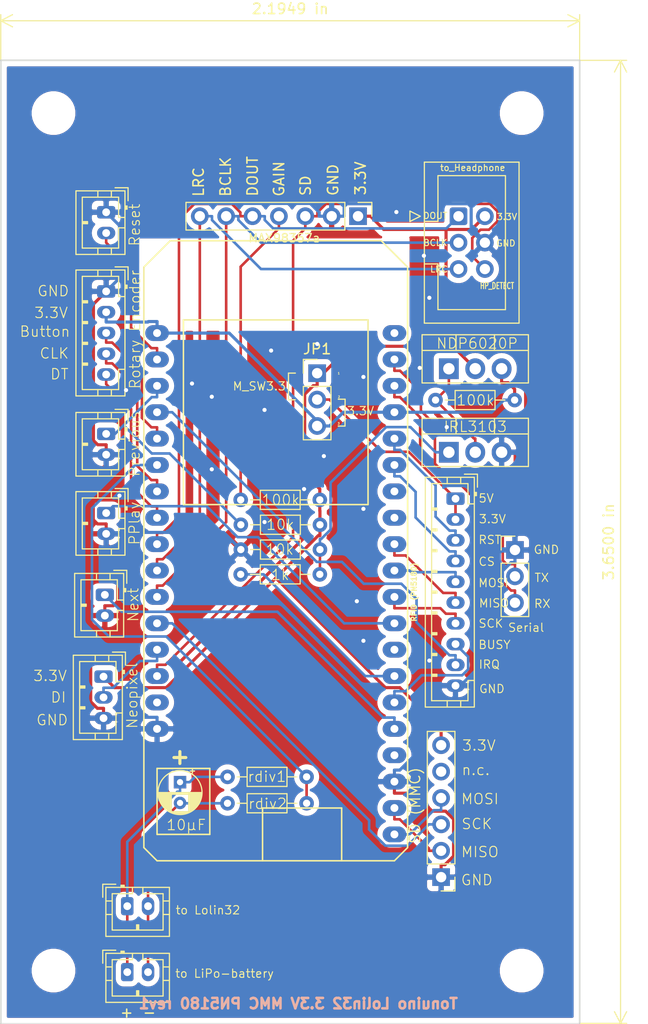
<source format=kicad_pcb>
(kicad_pcb (version 20171130) (host pcbnew "(5.1.8-0-10_14)")
  (layers (0 F.Cu signal) (31 B.Cu signal) (34 B.Paste user) (35 F.Paste user) (36 B.SilkS user) (37 F.SilkS user) (38 B.Mask user) (39 F.Mask user) (44 Edge.Cuts user))
  (net 0 "")
  (net 1 "Net-(C1-Pad1)")
  (net 2 "Net-(C1-Pad2)")
  (net 3 I2S_DOUT)
  (net 4 I2S_BCLK)
  (net 5 I2S_LRC)
  (net 6 SW_POWER3.3)
  (net 7 GND)
  (net 8 HEADPHONE)
  (net 9 "Net-(J4-Pad4)")
  (net 10 NEOPIXEL)
  (net 11 ROTENC_BUT)
  (net 12 ROTENC_CLK)
  (net 13 ROTENC_DT)
  (net 14 RFID_RST)
  (net 15 RFID_CS)
  (net 16 RFID_MOSI)
  (net 17 RFID_MISO)
  (net 18 RFID_SCK)
  (net 19 RFID_BUSY)
  (net 20 EN)
  (net 21 BUT_NEXT)
  (net 22 BUT_PREV)
  (net 23 BUT_PPLAY)
  (net 24 MMC_MISO)
  (net 25 MMC_SCK)
  (net 26 MMC_MOSI)
  (net 27 TX)
  (net 28 RX)
  (net 29 "Net-(Q1-Pad1)")
  (net 30 "Net-(Q1-Pad2)")
  (net 31 VBAT)
  (net 32 "Net-(R4-Pad2)")
  (net 33 "Net-(J7-Pad1)")
  (net 34 RFID_IRQ)
  (net 35 +3V3)
  (module Capacitor_THT:CP_Radial_D4.0mm_P2.00mm (layer F.Cu) (at 112.512 91.0793 270)
    (fp_text reference C1)
    (fp_text value 10µF (at 4.1199 -0.5942 180) (layer F.SilkS) (effects (font (thickness 0.1))))
    (pad 1 thru_hole rect (at 0 0 270) (size 1.2 1.2) (drill 0.6) (layers *.Cu *.Mask) (net 1 "Net-(C1-Pad1)"))
    (pad 2 thru_hole circle (at 2 0 270) (size 1.2 1.2) (drill 0.6) (layers *.Cu *.Mask) (net 2 "Net-(C1-Pad2)"))
  )
  (module MountingHole:MountingHole_3.2mm_M3 (layer F.Cu) (at 145.415 26.67)
    (fp_text reference H1 hide)
    (fp_text value MountingHole hide)
    (pad 1 np_thru_hole circle (at 0 0) (size 3.2 3.2) (drill 3.2) (layers *.Cu *.Mask))
  )
  (module MountingHole:MountingHole_3.2mm_M3 (layer F.Cu) (at 100.33 109.22)
    (fp_text reference H2 hide)
    (fp_text value MountingHole hide)
    (pad 1 np_thru_hole circle (at 0 0) (size 3.2 3.2) (drill 3.2) (layers *.Cu *.Mask))
  )
  (module MountingHole:MountingHole_3.2mm_M3 (layer F.Cu) (at 145.415 109.22)
    (fp_text reference H3 hide)
    (fp_text value MountingHole hide)
    (pad 1 np_thru_hole circle (at 0 0) (size 3.2 3.2) (drill 3.2) (layers *.Cu *.Mask))
  )
  (module MountingHole:MountingHole_3.2mm_M3 (layer F.Cu) (at 100.33 26.67)
    (fp_text reference H4 hide)
    (fp_text value MountingHole hide)
    (pad 1 np_thru_hole circle (at 0 0) (size 3.2 3.2) (drill 3.2) (layers *.Cu *.Mask))
  )
  (module Connector_JST:JST_PH_B2B-PH-K_1x02_P2.00mm_Vertical (layer F.Cu) (at 107.432 109.367)
    (fp_text reference J1 hide)
    (fp_text value "to LiPo-battery" (at 9.368 0.133) (layer F.SilkS) (effects (font (size 0.8 0.8) (thickness 0.1))))
    (pad 2 thru_hole oval (at 2 0) (size 1.2 1.75) (drill 0.75) (layers *.Cu *.Mask) (net 2 "Net-(C1-Pad2)"))
    (pad 1 thru_hole roundrect (at 0 0) (size 1.2 1.75) (drill 0.75) (layers *.Cu *.Mask) (roundrect_rratio 0.2083325) (net 1 "Net-(C1-Pad1)"))
  )
  (module Connector_JST:JST_PH_B2B-PH-K_1x02_P2.00mm_Vertical (layer F.Cu) (at 107.432 103.017)
    (fp_text reference J2 hide)
    (fp_text value "to Lolin" hide)
    (pad 1 thru_hole roundrect (at 0 0) (size 1.2 1.75) (drill 0.75) (layers *.Cu *.Mask) (roundrect_rratio 0.2083325) (net 1 "Net-(C1-Pad1)"))
    (pad 2 thru_hole oval (at 2 0) (size 1.2 1.75) (drill 0.75) (layers *.Cu *.Mask) (net 2 "Net-(C1-Pad2)"))
  )
  (module Connector_IDC:IDC-Header_2x03_P2.54mm_Vertical (layer F.Cu) (at 139.334 36.6014)
    (fp_text reference J3 hide)
    (fp_text value to_Headphone (at 1.36168 -4.66852) (layer F.SilkS) (effects (font (size 0.6 0.6) (thickness 0.1))))
    (pad 1 thru_hole roundrect (at 0 0) (size 1.7 1.7) (drill 1) (layers *.Cu *.Mask) (roundrect_rratio 0.1470588235294118) (net 3 I2S_DOUT))
    (pad 3 thru_hole circle (at 0 2.54) (size 1.7 1.7) (drill 1) (layers *.Cu *.Mask) (net 4 I2S_BCLK))
    (pad 5 thru_hole circle (at 0 5.08) (size 1.7 1.7) (drill 1) (layers *.Cu *.Mask) (net 5 I2S_LRC))
    (pad 2 thru_hole circle (at 2.54 0) (size 1.7 1.7) (drill 1) (layers *.Cu *.Mask) (net 6 SW_POWER3.3))
    (pad 4 thru_hole circle (at 2.54 2.54) (size 1.7 1.7) (drill 1) (layers *.Cu *.Mask) (net 7 GND))
    (pad 6 thru_hole circle (at 2.54 5.08) (size 1.7 1.7) (drill 1) (layers *.Cu *.Mask) (net 8 HEADPHONE))
  )
  (module Connector_PinHeader_2.54mm:PinHeader_1x07_P2.54mm_Vertical (layer F.Cu) (at 129.657 36.5963 270)
    (fp_text reference J4 hide)
    (fp_text value MAX98357a (at 2.1037 7.107 180) (layer F.SilkS) (effects (font (size 0.8 0.8) (thickness 0.125))))
    (pad 1 thru_hole rect (at 0 0 270) (size 1.7 1.7) (drill 1) (layers *.Cu *.Mask) (net 6 SW_POWER3.3))
    (pad 2 thru_hole oval (at 0 2.54 270) (size 1.7 1.7) (drill 1) (layers *.Cu *.Mask) (net 7 GND))
    (pad 3 thru_hole oval (at 0 5.08 270) (size 1.7 1.7) (drill 1) (layers *.Cu *.Mask) (net 8 HEADPHONE))
    (pad 4 thru_hole oval (at 0 7.62 270) (size 1.7 1.7) (drill 1) (layers *.Cu *.Mask) (net 9 "Net-(J4-Pad4)"))
    (pad 5 thru_hole oval (at 0 10.16 270) (size 1.7 1.7) (drill 1) (layers *.Cu *.Mask) (net 3 I2S_DOUT))
    (pad 6 thru_hole oval (at 0 12.7 270) (size 1.7 1.7) (drill 1) (layers *.Cu *.Mask) (net 4 I2S_BCLK))
    (pad 7 thru_hole oval (at 0 15.24 270) (size 1.7 1.7) (drill 1) (layers *.Cu *.Mask) (net 5 I2S_LRC))
  )
  (module Connector_JST:JST_PH_B3B-PH-K_1x03_P2.00mm_Vertical (layer F.Cu) (at 105.146 80.9193 270)
    (fp_text reference J5 hide)
    (fp_text value Neopixel (at 1.82882 -2.75828 90) (layer F.SilkS) (effects (font (thickness 0.1))))
    (pad 1 thru_hole roundrect (at 0 0 270) (size 1.2 1.75) (drill 0.75) (layers *.Cu *.Mask) (roundrect_rratio 0.2083325) (net 6 SW_POWER3.3))
    (pad 2 thru_hole oval (at 2 0 270) (size 1.2 1.75) (drill 0.75) (layers *.Cu *.Mask) (net 10 NEOPIXEL))
    (pad 3 thru_hole oval (at 4 0 270) (size 1.2 1.75) (drill 0.75) (layers *.Cu *.Mask) (net 7 GND))
  )
  (module Connector_JST:JST_PH_B5B-PH-K_1x05_P2.00mm_Vertical (layer F.Cu) (at 105.4 43.8353 270)
    (fp_text reference J6 hide)
    (fp_text value "Rotary Encoder" (at 3.6627 -2.7786 90) (layer F.SilkS) (effects (font (thickness 0.1))))
    (pad 1 thru_hole roundrect (at 0 0 270) (size 1.2 1.75) (drill 0.75) (layers *.Cu *.Mask) (roundrect_rratio 0.2083325) (net 7 GND))
    (pad 2 thru_hole oval (at 2 0 270) (size 1.2 1.75) (drill 0.75) (layers *.Cu *.Mask) (net 35 +3V3))
    (pad 3 thru_hole oval (at 4 0 270) (size 1.2 1.75) (drill 0.75) (layers *.Cu *.Mask) (net 11 ROTENC_BUT))
    (pad 4 thru_hole oval (at 6 0 270) (size 1.2 1.75) (drill 0.75) (layers *.Cu *.Mask) (net 12 ROTENC_CLK))
    (pad 5 thru_hole oval (at 8 0 270) (size 1.2 1.75) (drill 0.75) (layers *.Cu *.Mask) (net 13 ROTENC_DT))
  )
  (module Connector_JST:JST_PH_B2B-PH-K_1x02_P2.00mm_Vertical (layer F.Cu) (at 105.4 36.2153 270)
    (fp_text reference J8 hide)
    (fp_text value Reset (at 1.2243 -2.74304 90) (layer F.SilkS) (effects (font (thickness 0.1))))
    (pad 2 thru_hole oval (at 2 0 270) (size 1.2 1.75) (drill 0.75) (layers *.Cu *.Mask) (net 20 EN))
    (pad 1 thru_hole roundrect (at 0 0 270) (size 1.2 1.75) (drill 0.75) (layers *.Cu *.Mask) (roundrect_rratio 0.2083325) (net 7 GND))
  )
  (module Connector_JST:JST_PH_B2B-PH-K_1x02_P2.00mm_Vertical (layer F.Cu) (at 105.273 73.0453 270)
    (fp_text reference J9 hide)
    (fp_text value Next (at 0.9703 -2.7278 90) (layer F.SilkS) (effects (font (thickness 0.1))))
    (pad 1 thru_hole roundrect (at 0 0 270) (size 1.2 1.75) (drill 0.75) (layers *.Cu *.Mask) (roundrect_rratio 0.2083325) (net 21 BUT_NEXT))
    (pad 2 thru_hole oval (at 2 0 270) (size 1.2 1.75) (drill 0.75) (layers *.Cu *.Mask) (net 7 GND))
  )
  (module Connector_JST:JST_PH_B2B-PH-K_1x02_P2.00mm_Vertical (layer F.Cu) (at 105.4 57.5513 270)
    (fp_text reference J10 hide)
    (fp_text value Previous (at 0.96014 -2.72272 90) (layer F.SilkS) (effects (font (thickness 0.1))))
    (pad 2 thru_hole oval (at 2 0 270) (size 1.2 1.75) (drill 0.75) (layers *.Cu *.Mask) (net 7 GND))
    (pad 1 thru_hole roundrect (at 0 0 270) (size 1.2 1.75) (drill 0.75) (layers *.Cu *.Mask) (roundrect_rratio 0.2083325) (net 22 BUT_PREV))
  )
  (module Connector_JST:JST_PH_B2B-PH-K_1x02_P2.00mm_Vertical (layer F.Cu) (at 105.4 65.1713 270)
    (fp_text reference J11 hide)
    (fp_text value PPlay (at 0.99062 -2.72272 90) (layer F.SilkS) (effects (font (thickness 0.1))))
    (pad 1 thru_hole roundrect (at 0 0 270) (size 1.2 1.75) (drill 0.75) (layers *.Cu *.Mask) (roundrect_rratio 0.2083325) (net 23 BUT_PPLAY))
    (pad 2 thru_hole oval (at 2 0 270) (size 1.2 1.75) (drill 0.75) (layers *.Cu *.Mask) (net 7 GND))
  )
  (module Connector_PinHeader_2.54mm:PinHeader_1x06_P2.54mm_Vertical (layer F.Cu) (at 137.658 100.223 180)
    (fp_text reference J12 hide)
    (fp_text value "SD (MMC)" hide)
    (pad 1 thru_hole rect (at 0 0 180) (size 1.7 1.7) (drill 1) (layers *.Cu *.Mask) (net 7 GND))
    (pad 2 thru_hole oval (at 0 2.54 180) (size 1.7 1.7) (drill 1) (layers *.Cu *.Mask) (net 24 MMC_MISO))
    (pad 3 thru_hole oval (at 0 5.08 180) (size 1.7 1.7) (drill 1) (layers *.Cu *.Mask) (net 25 MMC_SCK))
    (pad 4 thru_hole oval (at 0 7.62 180) (size 1.7 1.7) (drill 1) (layers *.Cu *.Mask) (net 26 MMC_MOSI))
    (pad 5 thru_hole oval (at 0 10.16 180) (size 1.7 1.7) (drill 1) (layers *.Cu *.Mask))
    (pad 6 thru_hole oval (at 0 12.7 180) (size 1.7 1.7) (drill 1) (layers *.Cu *.Mask) (net 6 SW_POWER3.3))
  )
  (module Connector_PinHeader_2.54mm:PinHeader_1x03_P2.54mm_Vertical (layer F.Cu) (at 144.77 68.7273)
    (fp_text reference J13 hide)
    (fp_text value Serial (at 1.08 7.4727) (layer F.SilkS) (effects (font (size 0.8 0.8) (thickness 0.1))))
    (pad 1 thru_hole rect (at 0 0) (size 1.7 1.7) (drill 1) (layers *.Cu *.Mask) (net 7 GND))
    (pad 2 thru_hole oval (at 0 2.54) (size 1.7 1.7) (drill 1) (layers *.Cu *.Mask) (net 27 TX))
    (pad 3 thru_hole oval (at 0 5.08) (size 1.7 1.7) (drill 1) (layers *.Cu *.Mask) (net 28 RX))
  )
  (module Package_TO_SOT_THT:TO-220-3_Vertical (layer F.Cu) (at 138.405 59.3192)
    (fp_text reference Q1 hide)
    (fp_text value IRL3103 (at 2.55484 -2.45876) (layer F.SilkS) (effects (font (thickness 0.1))))
    (pad 1 thru_hole rect (at 0 0) (size 1.905 2) (drill 1.1) (layers *.Cu *.Mask) (net 29 "Net-(Q1-Pad1)"))
    (pad 2 thru_hole oval (at 2.54 0) (size 1.905 2) (drill 1.1) (layers *.Cu *.Mask) (net 30 "Net-(Q1-Pad2)"))
    (pad 3 thru_hole oval (at 5.08 0) (size 1.905 2) (drill 1.1) (layers *.Cu *.Mask) (net 7 GND))
  )
  (module Package_TO_SOT_THT:TO-220-3_Vertical (layer F.Cu) (at 138.405 51.2775)
    (fp_text reference Q2)
    (fp_text value NDP6020P (at 2.72248 -2.4333) (layer F.SilkS) (effects (font (thickness 0.1))))
    (pad 3 thru_hole oval (at 5.08 0) (size 1.905 2) (drill 1.1) (layers *.Cu *.Mask) (net 35 +3V3))
    (pad 2 thru_hole oval (at 2.54 0) (size 1.905 2) (drill 1.1) (layers *.Cu *.Mask) (net 6 SW_POWER3.3))
    (pad 1 thru_hole rect (at 0 0) (size 1.905 2) (drill 1.1) (layers *.Cu *.Mask) (net 30 "Net-(Q1-Pad2)"))
  )
  (module Resistor_THT:R_Axial_DIN0204_L3.6mm_D1.6mm_P7.62mm_Horizontal (layer F.Cu) (at 124.704 90.5713 180)
    (fp_text reference R1 hide)
    (fp_text value rdiv1 (at 3.82032 0.02538) (layer F.SilkS) (effects (font (thickness 0.1))))
    (pad 2 thru_hole oval (at 7.62 0 180) (size 1.4 1.4) (drill 0.7) (layers *.Cu *.Mask) (net 1 "Net-(C1-Pad1)"))
    (pad 1 thru_hole circle (at 0 0 180) (size 1.4 1.4) (drill 0.7) (layers *.Cu *.Mask) (net 31 VBAT))
  )
  (module Resistor_THT:R_Axial_DIN0204_L3.6mm_D1.6mm_P7.62mm_Horizontal (layer F.Cu) (at 124.704 93.1113 180)
    (fp_text reference R2 hide)
    (fp_text value rdiv2 (at 3.76444 -0.04574) (layer F.SilkS) (effects (font (thickness 0.1))))
    (pad 1 thru_hole circle (at 0 0 180) (size 1.4 1.4) (drill 0.7) (layers *.Cu *.Mask) (net 31 VBAT))
    (pad 2 thru_hole oval (at 7.62 0 180) (size 1.4 1.4) (drill 0.7) (layers *.Cu *.Mask) (net 2 "Net-(C1-Pad2)"))
  )
  (module Resistor_THT:R_Axial_DIN0204_L3.6mm_D1.6mm_P7.62mm_Horizontal (layer F.Cu) (at 118.354 63.9013)
    (fp_text reference R3 hide)
    (fp_text value 100k (at 3.85556 0.0051) (layer F.SilkS) (effects (font (thickness 0.1))))
    (pad 1 thru_hole circle (at 0 0) (size 1.4 1.4) (drill 0.7) (layers *.Cu *.Mask) (net 9 "Net-(J4-Pad4)"))
    (pad 2 thru_hole oval (at 7.62 0) (size 1.4 1.4) (drill 0.7) (layers *.Cu *.Mask) (net 6 SW_POWER3.3))
  )
  (module Resistor_THT:R_Axial_DIN0204_L3.6mm_D1.6mm_P7.62mm_Horizontal (layer F.Cu) (at 125.974 71.0743 180)
    (fp_text reference R4 hide)
    (fp_text value 1k (at 3.81 -0.0457) (layer F.SilkS) (effects (font (thickness 0.1))))
    (pad 1 thru_hole circle (at 0 0 180) (size 1.4 1.4) (drill 0.7) (layers *.Cu *.Mask) (net 29 "Net-(Q1-Pad1)"))
    (pad 2 thru_hole oval (at 7.62 0 180) (size 1.4 1.4) (drill 0.7) (layers *.Cu *.Mask) (net 32 "Net-(R4-Pad2)"))
  )
  (module Resistor_THT:R_Axial_DIN0204_L3.6mm_D1.6mm_P7.62mm_Horizontal (layer F.Cu) (at 118.369 68.6867)
    (fp_text reference R5 hide)
    (fp_text value 10k (at 3.74912 -0.01018) (layer F.SilkS) (effects (font (thickness 0.1))))
    (pad 2 thru_hole oval (at 7.62 0) (size 1.4 1.4) (drill 0.7) (layers *.Cu *.Mask) (net 29 "Net-(Q1-Pad1)"))
    (pad 1 thru_hole circle (at 0 0) (size 1.4 1.4) (drill 0.7) (layers *.Cu *.Mask) (net 7 GND))
  )
  (module Resistor_THT:R_Axial_DIN0204_L3.6mm_D1.6mm_P7.62mm_Horizontal (layer F.Cu) (at 137.119 54.295)
    (fp_text reference R6 hide)
    (fp_text value 100k (at 3.84084 0.02544) (layer F.SilkS) (effects (font (thickness 0.1))))
    (pad 1 thru_hole circle (at 0 0) (size 1.4 1.4) (drill 0.7) (layers *.Cu *.Mask) (net 30 "Net-(Q1-Pad2)"))
    (pad 2 thru_hole oval (at 7.62 0) (size 1.4 1.4) (drill 0.7) (layers *.Cu *.Mask) (net 35 +3V3))
  )
  (module Resistor_THT:R_Axial_DIN0204_L3.6mm_D1.6mm_P7.62mm_Horizontal (layer F.Cu) (at 118.369 66.2991)
    (fp_text reference R7 hide)
    (fp_text value 10k (at 3.79992 -0.01018) (layer F.SilkS) (effects (font (thickness 0.1))))
    (pad 2 thru_hole oval (at 7.62 0) (size 1.4 1.4) (drill 0.7) (layers *.Cu *.Mask) (net 6 SW_POWER3.3))
    (pad 1 thru_hole circle (at 0 0) (size 1.4 1.4) (drill 0.7) (layers *.Cu *.Mask) (net 22 BUT_PREV))
  )
  (module footprints:Lolin32 (layer F.Cu) (at 119.191 58.0073)
    (fp_text reference U1 hide)
    (fp_text value Lolin32)
    (pad 1 thru_hole oval (at -8.89 -10.16) (size 2.268 1.524) (drill 0.762) (layers *.Cu *.Mask) (net 35 +3V3))
    (pad 2 thru_hole oval (at -8.89 -7.62) (size 2.268 1.524) (drill 0.762) (layers *.Cu *.Mask) (net 20 EN))
    (pad 3 thru_hole oval (at -8.89 -5.08) (size 2.268 1.524) (drill 0.762) (layers *.Cu *.Mask) (net 22 BUT_PREV))
    (pad 4 thru_hole oval (at -8.89 -2.54) (size 2.268 1.524) (drill 0.762) (layers *.Cu *.Mask) (net 34 RFID_IRQ))
    (pad 5 thru_hole oval (at -8.89 0) (size 2.268 1.524) (drill 0.762) (layers *.Cu *.Mask) (net 11 ROTENC_BUT))
    (pad 6 thru_hole oval (at -8.89 2.54) (size 2.268 1.524) (drill 0.762) (layers *.Cu *.Mask) (net 31 VBAT))
    (pad 7 thru_hole oval (at -8.89 5.08) (size 2.268 1.524) (drill 0.762) (layers *.Cu *.Mask) (net 12 ROTENC_CLK))
    (pad 8 thru_hole oval (at -8.89 7.62) (size 2.268 1.524) (drill 0.762) (layers *.Cu *.Mask) (net 13 ROTENC_DT))
    (pad 9 thru_hole oval (at -8.89 10.16) (size 2.268 1.524) (drill 0.762) (layers *.Cu *.Mask) (net 3 I2S_DOUT))
    (pad 10 thru_hole oval (at -8.89 12.7) (size 2.268 1.524) (drill 0.762) (layers *.Cu *.Mask) (net 5 I2S_LRC))
    (pad 11 thru_hole oval (at -8.89 15.24) (size 2.268 1.524) (drill 0.762) (layers *.Cu *.Mask) (net 4 I2S_BCLK))
    (pad 12 thru_hole oval (at -8.89 17.78) (size 2.268 1.524) (drill 0.762) (layers *.Cu *.Mask) (net 25 MMC_SCK))
    (pad 13 thru_hole oval (at -8.89 20.32) (size 2.268 1.524) (drill 0.762) (layers *.Cu *.Mask) (net 10 NEOPIXEL))
    (pad 14 thru_hole oval (at -8.89 22.86) (size 2.268 1.524) (drill 0.762) (layers *.Cu *.Mask) (net 8 HEADPHONE))
    (pad 15 thru_hole oval (at -8.89 25.4) (size 2.268 1.524) (drill 0.762) (layers *.Cu *.Mask))
    (pad 16 thru_hole oval (at -8.89 27.94) (size 2.268 1.524) (drill 0.762) (layers *.Cu *.Mask) (net 7 GND))
    (pad 17 thru_hole oval (at 13.97 -10.16) (size 2.268 1.524) (drill 0.762) (layers *.Cu *.Mask))
    (pad 18 thru_hole oval (at 13.97 -7.62) (size 2.268 1.524) (drill 0.762) (layers *.Cu *.Mask) (net 27 TX))
    (pad 19 thru_hole oval (at 13.97 -5.08) (size 2.268 1.524) (drill 0.762) (layers *.Cu *.Mask) (net 28 RX))
    (pad 20 thru_hole oval (at 13.97 -2.54) (size 2.268 1.524) (drill 0.762) (layers *.Cu *.Mask) (net 35 +3V3))
    (pad 21 thru_hole oval (at 13.97 0) (size 2.268 1.524) (drill 0.762) (layers *.Cu *.Mask) (net 14 RFID_RST))
    (pad 22 thru_hole oval (at 13.97 2.54) (size 2.268 1.524) (drill 0.762) (layers *.Cu *.Mask) (net 15 RFID_CS))
    (pad 23 thru_hole oval (at 13.97 5.08) (size 2.268 1.524) (drill 0.762) (layers *.Cu *.Mask))
    (pad 24 thru_hole oval (at 13.97 7.62) (size 2.268 1.524) (drill 0.762) (layers *.Cu *.Mask))
    (pad 25 thru_hole oval (at 13.97 10.16) (size 2.268 1.524) (drill 0.762) (layers *.Cu *.Mask) (net 17 RFID_MISO))
    (pad 26 thru_hole oval (at 13.97 12.7) (size 2.268 1.524) (drill 0.762) (layers *.Cu *.Mask) (net 16 RFID_MOSI))
    (pad 27 thru_hole oval (at 13.97 15.24) (size 2.268 1.524) (drill 0.762) (layers *.Cu *.Mask) (net 18 RFID_SCK))
    (pad 28 thru_hole oval (at 13.97 17.78) (size 2.268 1.524) (drill 0.762) (layers *.Cu *.Mask) (net 23 BUT_PPLAY))
    (pad 29 thru_hole oval (at 13.97 20.32) (size 2.268 1.524) (drill 0.762) (layers *.Cu *.Mask))
    (pad 30 thru_hole oval (at 13.97 22.86) (size 2.268 1.524) (drill 0.762) (layers *.Cu *.Mask) (net 32 "Net-(R4-Pad2)"))
    (pad 31 thru_hole oval (at 13.97 25.4) (size 2.268 1.524) (drill 0.762) (layers *.Cu *.Mask) (net 19 RFID_BUSY))
    (pad 32 thru_hole oval (at 13.97 27.94) (size 2.268 1.524) (drill 0.762) (layers *.Cu *.Mask) (net 21 BUT_NEXT))
    (pad 33 thru_hole oval (at 13.97 30.48) (size 2.268 1.524) (drill 0.762) (layers *.Cu *.Mask))
    (pad 34 thru_hole oval (at 13.97 33.02) (size 2.268 1.524) (drill 0.762) (layers *.Cu *.Mask) (net 7 GND))
    (pad 35 thru_hole oval (at 13.97 35.56) (size 2.268 1.524) (drill 0.762) (layers *.Cu *.Mask) (net 24 MMC_MISO))
    (pad 36 thru_hole oval (at 13.97 38.1) (size 2.268 1.524) (drill 0.762) (layers *.Cu *.Mask) (net 26 MMC_MOSI))
  )
  (module Connector_JST:JST_PH_B10B-PH-K_1x10_P2.00mm_Vertical (layer F.Cu) (at 139.045 63.7896 270)
    (fp_text reference J7 hide)
    (fp_text value "RFID (PN5180)" (at 9 4 90) (layer F.SilkS) (effects (font (size 0.5 0.5) (thickness 0.125))))
    (pad 1 thru_hole roundrect (at 0 0 270) (size 1.2 1.75) (drill 0.75) (layers *.Cu *.Mask) (roundrect_rratio 0.2083325) (net 33 "Net-(J7-Pad1)"))
    (pad 2 thru_hole oval (at 2 0 270) (size 1.2 1.75) (drill 0.75) (layers *.Cu *.Mask) (net 33 "Net-(J7-Pad1)"))
    (pad 3 thru_hole oval (at 4 0 270) (size 1.2 1.75) (drill 0.75) (layers *.Cu *.Mask) (net 14 RFID_RST))
    (pad 4 thru_hole oval (at 6 0 270) (size 1.2 1.75) (drill 0.75) (layers *.Cu *.Mask) (net 15 RFID_CS))
    (pad 5 thru_hole oval (at 8 0 270) (size 1.2 1.75) (drill 0.75) (layers *.Cu *.Mask) (net 16 RFID_MOSI))
    (pad 6 thru_hole oval (at 10 0 270) (size 1.2 1.75) (drill 0.75) (layers *.Cu *.Mask) (net 17 RFID_MISO))
    (pad 7 thru_hole oval (at 12 0 270) (size 1.2 1.75) (drill 0.75) (layers *.Cu *.Mask) (net 18 RFID_SCK))
    (pad 8 thru_hole oval (at 14 0 270) (size 1.2 1.75) (drill 0.75) (layers *.Cu *.Mask) (net 19 RFID_BUSY))
    (pad 9 thru_hole oval (at 16 0 270) (size 1.2 1.75) (drill 0.75) (layers *.Cu *.Mask) (net 34 RFID_IRQ))
    (pad 10 thru_hole oval (at 18 0 270) (size 1.2 1.75) (drill 0.75) (layers *.Cu *.Mask) (net 7 GND))
  )
  (module Connector_PinHeader_2.54mm:PinHeader_1x03_P2.54mm_Vertical (layer F.Cu) (at 125.72 51.7093)
    (fp_text reference JP1 (at 0 -2.33) (layer F.SilkS))
    (fp_text value Jumper_NC_Dual)
    (pad 1 thru_hole rect (at 0 0) (size 1.7 1.7) (drill 1) (layers *.Cu *.Mask) (net 6 SW_POWER3.3))
    (pad 2 thru_hole oval (at 0 2.54) (size 1.7 1.7) (drill 1) (layers *.Cu *.Mask) (net 33 "Net-(J7-Pad1)"))
    (pad 3 thru_hole oval (at 0 5.08) (size 1.7 1.7) (drill 1) (layers *.Cu *.Mask) (net 35 +3V3))
  )
  (gr_text + (at 112.5 88.6) (layer F.SilkS) (effects (font (size 1.5 1.5) (thickness 0.3))))
  (gr_text "Tonuino Lolin32 3.3V MMC PN5180 rev1" (at 123.9 112.4) (layer B.SilkS) (effects (font (size 1 1) (thickness 0.25)) (justify mirror)))
  (dimension 92.71 (width 0.12) (layer F.SilkS) (gr_text "92.710 mm" (at 156.21 67.945 270) (layer F.SilkS) (effects (font (size 1 1) (thickness 0.15)))) (feature1 (pts (xy 151 114.3) (xy 155.526421 114.3))) (feature2 (pts (xy 151 21.59) (xy 155.526421 21.59))) (crossbar (pts (xy 154.94 21.59) (xy 154.94 114.3))) (arrow1a (pts (xy 154.94 114.3) (xy 154.353579 113.173496))) (arrow1b (pts (xy 154.94 114.3) (xy 155.526421 113.173496))) (arrow2a (pts (xy 154.94 21.59) (xy 154.353579 22.716504))) (arrow2b (pts (xy 154.94 21.59) (xy 155.526421 22.716504))))
  (dimension 55.75 (width 0.12) (layer F.SilkS) (gr_text "55.750 mm" (at 123.125 16.51) (layer F.SilkS) (effects (font (size 1 1) (thickness 0.15)))) (feature1 (pts (xy 151 21.59) (xy 151 17.193579))) (feature2 (pts (xy 95.25 21.59) (xy 95.25 17.193579))) (crossbar (pts (xy 95.25 17.78) (xy 151 17.78))) (arrow1a (pts (xy 151 17.78) (xy 149.873496 18.366421))) (arrow1b (pts (xy 151 17.78) (xy 149.873496 17.193579))) (arrow2a (pts (xy 95.25 17.78) (xy 96.376504 18.366421))) (arrow2b (pts (xy 95.25 17.78) (xy 96.376504 17.193579))))
  (gr_text DT (at 100.9 51.8) (layer F.SilkS) (effects (font (size 1 1) (thickness 0.1))))
  (gr_text CLK (at 100.4 49.8) (layer F.SilkS) (effects (font (size 1 1) (thickness 0.1))))
  (gr_text Button (at 99.5 47.7) (layer F.SilkS) (effects (font (size 1 1) (thickness 0.1))))
  (gr_text 3.3V (at 100.1 45.9) (layer F.SilkS) (effects (font (size 1 1) (thickness 0.1))))
  (gr_text GND (at 100.3 43.8) (layer F.SilkS) (effects (font (size 1 1) (thickness 0.1))))
  (gr_text GND (at 100.2 85.1) (layer F.SilkS) (effects (font (size 1 1) (thickness 0.1))))
  (gr_text DI (at 100.8 82.91576) (layer F.SilkS) (effects (font (size 1 1) (thickness 0.1))))
  (gr_text 3.3V (at 100 80.8482) (layer F.SilkS) (effects (font (size 1 1) (thickness 0.1))))
  (gr_text - (at 109.56036 113.23828) (layer F.SilkS) (effects (font (size 1 1))))
  (gr_text + (at 107.37596 113.23828) (layer F.SilkS) (effects (font (size 1 1))))
  (gr_text "to Lolin32" (at 115.2 103.4) (layer F.SilkS) (effects (font (size 0.8 0.8) (thickness 0.1))))
  (gr_text LRC (at 137.45 41.7) (layer F.SilkS) (effects (font (size 0.6 0.6) (thickness 0.1))))
  (gr_text BCLK (at 137.1 39.15) (layer F.SilkS) (effects (font (size 0.6 0.6) (thickness 0.1))))
  (gr_text DOUT (at 137.1 36.55) (layer F.SilkS) (effects (font (size 0.6 0.6) (thickness 0.1))))
  (gr_text 3.3V (at 144 36.6522) (layer F.SilkS) (effects (font (size 0.6 0.6) (thickness 0.1))))
  (gr_text GND (at 143.9 39.2) (layer F.SilkS) (effects (font (size 0.6 0.6) (thickness 0.1))))
  (gr_text HP_DETECT (at 143.05 43.3) (layer F.SilkS) (effects (font (size 0.6 0.4) (thickness 0.1))))
  (gr_text 3.3V (at 129.9 32.95 90) (layer F.SilkS) (effects (font (size 1 1))))
  (gr_text GND (at 127.25 33.1 90) (layer F.SilkS) (effects (font (size 1 1))))
  (gr_text SD (at 124.6 33.65 90) (layer F.SilkS) (effects (font (size 1 1))))
  (gr_text GAIN (at 122.047 33 90) (layer F.SilkS) (effects (font (size 1 1))))
  (gr_text DOUT (at 119.5 32.75 90) (layer F.SilkS) (effects (font (size 1 1))))
  (gr_text BCLK (at 116.9 32.8 90) (layer F.SilkS) (effects (font (size 1 1))))
  (gr_text LRC (at 114.3 33.3 90) (layer F.SilkS) (effects (font (size 1 1))))
  (gr_text 3 (at 127.79248 56.55564) (layer F.SilkS) (effects (font (size 0.2 0.2) (thickness 0.05))))
  (gr_text 2 (at 127.82296 53.99024) (layer F.SilkS) (effects (font (size 0.2 0.2) (thickness 0.05))))
  (gr_text 1 (at 127.80264 51.71948) (layer F.SilkS) (effects (font (size 0.2 0.2) (thickness 0.05))))
  (gr_text 3.3V (at 129.9 55.35) (layer F.SilkS) (effects (font (size 0.8 0.8) (thickness 0.1))))
  (gr_line (start 128.40208 56.79948) (end 127.74676 56.79948) (layer F.SilkS) (width 0.12))
  (gr_line (start 128.41224 54.21376) (end 128.40208 56.79948) (layer F.SilkS) (width 0.12))
  (gr_line (start 127.75692 54.21376) (end 128.41224 54.21376) (layer F.SilkS) (width 0.12))
  (gr_text M_SW3.3 (at 120.15 52.96408) (layer F.SilkS) (effects (font (size 0.8 0.8) (thickness 0.1))))
  (gr_line (start 122.9614 54.26964) (end 123.60656 54.26964) (layer F.SilkS) (width 0.12))
  (gr_line (start 122.95632 51.69916) (end 122.95632 54.2544) (layer F.SilkS) (width 0.12))
  (gr_line (start 123.6218 51.69916) (end 122.95632 51.69916) (layer F.SilkS) (width 0.12))
  (gr_text RX (at 147.4 73.9) (layer F.SilkS) (effects (font (size 0.8 0.8) (thickness 0.1))))
  (gr_text TX (at 147.35 71.4) (layer F.SilkS) (effects (font (size 0.8 0.8) (thickness 0.1))))
  (gr_text GND (at 147.8 68.7) (layer F.SilkS) (effects (font (size 0.8 0.8) (thickness 0.1))))
  (gr_text "SD (MMC)" (at 135.14324 93.32468 90) (layer F.SilkS) (effects (font (size 1 1) (thickness 0.125))))
  (gr_text GND (at 141.1 100.5) (layer F.SilkS) (effects (font (size 1 1) (thickness 0.1))))
  (gr_text MISO (at 141.4 97.8) (layer F.SilkS) (effects (font (size 1 1) (thickness 0.1))))
  (gr_text SCK (at 141.1 95.1) (layer F.SilkS) (effects (font (size 1 1) (thickness 0.1))))
  (gr_text MOSI (at 141.4 92.7) (layer F.SilkS) (effects (font (size 1 1) (thickness 0.1))))
  (gr_text n.c. (at 141 89.9) (layer F.SilkS) (effects (font (size 1 1) (thickness 0.1))))
  (gr_text 3.3V (at 141.3 87.54872) (layer F.SilkS) (effects (font (size 1 1) (thickness 0.1))))
  (gr_text 3.3V (at 142.6 65.75) (layer F.SilkS) (effects (font (size 0.8 0.8) (thickness 0.1))))
  (gr_text 5V (at 142 63.75) (layer F.SilkS) (effects (font (size 0.8 0.8) (thickness 0.1))))
  (gr_text GND (at 142.55 82.1) (layer F.SilkS) (effects (font (size 0.8 0.8) (thickness 0.1))))
  (gr_text IRQ (at 142.3 79.75) (layer F.SilkS) (effects (font (size 0.8 0.8) (thickness 0.1))))
  (gr_text BUSY (at 142.8 77.85) (layer F.SilkS) (effects (font (size 0.8 0.8) (thickness 0.1))))
  (gr_text SCK (at 142.45 75.8) (layer F.SilkS) (effects (font (size 0.8 0.8) (thickness 0.1))))
  (gr_text MISO (at 142.75 73.85) (layer F.SilkS) (effects (font (size 0.8 0.8) (thickness 0.1))))
  (gr_text MOSI (at 142.7 71.9) (layer F.SilkS) (effects (font (size 0.8 0.8) (thickness 0.1))))
  (gr_text CS (at 142.05 69.85) (layer F.SilkS) (effects (font (size 0.8 0.8) (thickness 0.1))))
  (gr_text RST (at 142.35 67.75) (layer F.SilkS) (effects (font (size 0.8 0.8) (thickness 0.1))))
  (gr_line (start 95.25 114.3) (end 151 114.3) (layer Edge.Cuts) (width 0.05))
  (gr_line (start 95.25 114.3) (end 95.25 21.59) (layer Edge.Cuts) (width 0.15))
  (gr_line (start 151 21.59) (end 151 114.3) (layer Edge.Cuts) (width 0.15))
  (gr_line (start 95.25 21.59) (end 151 21.59) (layer Edge.Cuts) (width 0.15))
  (segment (start 112.512 91.0793) (end 112.512 92.0046) (width 0.25) (layer B.Cu) (net 1))
  (segment (start 107.432 103.017) (end 107.432 96.8244) (width 0.25) (layer B.Cu) (net 1))
  (segment (start 107.432 96.8244) (end 112.2518 92.0046) (width 0.25) (layer B.Cu) (net 1))
  (segment (start 112.2518 92.0046) (end 112.512 92.0046) (width 0.25) (layer B.Cu) (net 1))
  (segment (start 107.432 103.017) (end 107.432 109.367) (width 0.25) (layer F.Cu) (net 1))
  (segment (start 112.512 91.0793) (end 113.4373 91.0793) (width 0.25) (layer B.Cu) (net 1))
  (segment (start 117.084 90.5713) (end 113.9453 90.5713) (width 0.25) (layer B.Cu) (net 1))
  (segment (start 113.9453 90.5713) (end 113.4373 91.0793) (width 0.25) (layer B.Cu) (net 1))
  (segment (start 109.432 103.017) (end 109.432 109.367) (width 0.25) (layer F.Cu) (net 2))
  (segment (start 112.512 93.0793) (end 109.432 96.1593) (width 0.25) (layer F.Cu) (net 2))
  (segment (start 109.432 96.1593) (end 109.432 103.017) (width 0.25) (layer F.Cu) (net 2))
  (segment (start 117.084 93.1113) (end 112.544 93.1113) (width 0.25) (layer B.Cu) (net 2))
  (segment (start 112.544 93.1113) (end 112.512 93.0793) (width 0.25) (layer B.Cu) (net 2))
  (segment (start 119.497 36.5963) (end 120.6723 36.5963) (width 0.25) (layer B.Cu) (net 3))
  (segment (start 120.6723 36.5963) (end 120.6723 36.9636) (width 0.25) (layer B.Cu) (net 3))
  (segment (start 120.6723 36.9636) (end 121.4804 37.7717) (width 0.25) (layer B.Cu) (net 3))
  (segment (start 121.4804 37.7717) (end 138.1637 37.7717) (width 0.25) (layer B.Cu) (net 3))
  (segment (start 138.1637 37.7717) (end 139.334 36.6014) (width 0.25) (layer B.Cu) (net 3))
  (segment (start 119.497 36.5963) (end 118.3217 36.5963) (width 0.25) (layer F.Cu) (net 3))
  (segment (start 110.301 68.1673) (end 110.301 67.08) (width 0.25) (layer F.Cu) (net 3))
  (segment (start 110.301 67.08) (end 110.8446 67.08) (width 0.25) (layer F.Cu) (net 3))
  (segment (start 110.8446 67.08) (end 112.4125 65.5121) (width 0.25) (layer F.Cu) (net 3))
  (segment (start 112.4125 65.5121) (end 112.4125 36.8966) (width 0.25) (layer F.Cu) (net 3))
  (segment (start 112.4125 36.8966) (end 113.8881 35.421) (width 0.25) (layer F.Cu) (net 3))
  (segment (start 113.8881 35.421) (end 117.5138 35.421) (width 0.25) (layer F.Cu) (net 3))
  (segment (start 117.5138 35.421) (end 118.3217 36.2289) (width 0.25) (layer F.Cu) (net 3))
  (segment (start 118.3217 36.2289) (end 118.3217 36.5963) (width 0.25) (layer F.Cu) (net 3))
  (segment (start 116.957 36.5963) (end 118.1323 36.5963) (width 0.25) (layer B.Cu) (net 4))
  (segment (start 118.1323 36.5963) (end 118.1323 36.9636) (width 0.25) (layer B.Cu) (net 4))
  (segment (start 118.1323 36.9636) (end 120.3101 39.1414) (width 0.25) (layer B.Cu) (net 4))
  (segment (start 120.3101 39.1414) (end 139.334 39.1414) (width 0.25) (layer B.Cu) (net 4))
  (segment (start 110.301 73.2473) (end 110.301 72.16) (width 0.25) (layer F.Cu) (net 4))
  (segment (start 110.301 72.16) (end 110.8446 72.16) (width 0.25) (layer F.Cu) (net 4))
  (segment (start 110.8446 72.16) (end 116.957 66.0476) (width 0.25) (layer F.Cu) (net 4))
  (segment (start 116.957 66.0476) (end 116.957 36.5963) (width 0.25) (layer F.Cu) (net 4))
  (segment (start 114.417 36.5963) (end 115.5923 36.5963) (width 0.25) (layer B.Cu) (net 5))
  (segment (start 115.5923 36.5963) (end 115.5923 36.9636) (width 0.25) (layer B.Cu) (net 5))
  (segment (start 115.5923 36.9636) (end 120.3101 41.6814) (width 0.25) (layer B.Cu) (net 5))
  (segment (start 120.3101 41.6814) (end 139.334 41.6814) (width 0.25) (layer B.Cu) (net 5))
  (segment (start 110.301 70.7073) (end 110.301 69.62) (width 0.25) (layer F.Cu) (net 5))
  (segment (start 110.301 69.62) (end 110.8446 69.62) (width 0.25) (layer F.Cu) (net 5))
  (segment (start 110.8446 69.62) (end 114.417 66.0476) (width 0.25) (layer F.Cu) (net 5))
  (segment (start 114.417 66.0476) (end 114.417 36.5963) (width 0.25) (layer F.Cu) (net 5))
  (segment (start 138.1326 48.4651) (end 138.1326 37.8714) (width 0.3) (layer F.Cu) (net 6))
  (segment (start 140.945 51.2775) (end 138.1326 48.4651) (width 0.3) (layer F.Cu) (net 6))
  (segment (start 125.72 52.3094) (end 128.9121 49.1173) (width 0.3) (layer F.Cu) (net 6))
  (segment (start 128.9121 49.1173) (end 137.4804 49.1173) (width 0.3) (layer F.Cu) (net 6))
  (segment (start 137.4804 49.1173) (end 138.1326 48.4651) (width 0.3) (layer F.Cu) (net 6))
  (segment (start 125.72 52.3094) (end 125.72 52.9096) (width 0.3) (layer F.Cu) (net 6))
  (segment (start 125.72 51.7093) (end 125.72 52.3094) (width 0.3) (layer F.Cu) (net 6))
  (segment (start 138.1326 37.8714) (end 140.604 37.8714) (width 0.3) (layer F.Cu) (net 6))
  (segment (start 140.604 37.8714) (end 141.874 36.6014) (width 0.3) (layer F.Cu) (net 6))
  (segment (start 130.8573 36.5963) (end 132.1324 37.8714) (width 0.3) (layer F.Cu) (net 6))
  (segment (start 132.1324 37.8714) (end 138.1326 37.8714) (width 0.3) (layer F.Cu) (net 6))
  (segment (start 125.974 63.9013) (end 125.974 62.851) (width 0.3) (layer F.Cu) (net 6))
  (segment (start 125.974 62.851) (end 124.5197 61.3967) (width 0.3) (layer F.Cu) (net 6))
  (segment (start 124.5197 61.3967) (end 124.5197 53.7347) (width 0.3) (layer F.Cu) (net 6))
  (segment (start 124.5197 53.7347) (end 125.3448 52.9096) (width 0.3) (layer F.Cu) (net 6))
  (segment (start 125.3448 52.9096) (end 125.72 52.9096) (width 0.3) (layer F.Cu) (net 6))
  (segment (start 125.974 64.4264) (end 125.974 63.9013) (width 0.3) (layer F.Cu) (net 6))
  (segment (start 129.657 36.5963) (end 130.8573 36.5963) (width 0.3) (layer F.Cu) (net 6))
  (segment (start 125.989 66.2991) (end 125.989 67.3494) (width 0.3) (layer F.Cu) (net 6))
  (segment (start 121.7394 71.428) (end 125.818 67.3494) (width 0.3) (layer F.Cu) (net 6))
  (segment (start 125.818 67.3494) (end 125.989 67.3494) (width 0.3) (layer F.Cu) (net 6))
  (segment (start 105.146 80.9193) (end 106.2064 81.9797) (width 0.3) (layer F.Cu) (net 6))
  (segment (start 106.2064 81.9797) (end 111.1877 81.9797) (width 0.3) (layer F.Cu) (net 6))
  (segment (start 111.1877 81.9797) (end 121.7394 71.428) (width 0.3) (layer F.Cu) (net 6))
  (segment (start 121.7394 71.428) (end 132.2911 81.9797) (width 0.3) (layer F.Cu) (net 6))
  (segment (start 132.2911 81.9797) (end 133.6817 81.9797) (width 0.3) (layer F.Cu) (net 6))
  (segment (start 133.6817 81.9797) (end 137.658 85.956) (width 0.3) (layer F.Cu) (net 6))
  (segment (start 137.658 85.956) (end 137.658 87.523) (width 0.3) (layer F.Cu) (net 6))
  (segment (start 125.974 64.4264) (end 125.974 64.9516) (width 0.3) (layer F.Cu) (net 6))
  (segment (start 125.974 64.9516) (end 125.989 64.9666) (width 0.3) (layer F.Cu) (net 6))
  (segment (start 125.989 64.9666) (end 125.989 66.2991) (width 0.3) (layer F.Cu) (net 6))
  (segment (start 127.117 36.5963) (end 125.9167 36.5963) (width 0.3) (layer B.Cu) (net 7))
  (segment (start 106.6787 37.494) (end 108.8049 35.3678) (width 0.3) (layer B.Cu) (net 7))
  (segment (start 108.8049 35.3678) (end 125.0612 35.3678) (width 0.3) (layer B.Cu) (net 7))
  (segment (start 125.0612 35.3678) (end 125.9167 36.2233) (width 0.3) (layer B.Cu) (net 7))
  (segment (start 125.9167 36.2233) (end 125.9167 36.5963) (width 0.3) (layer B.Cu) (net 7))
  (segment (start 106.6787 37.494) (end 105.4 36.2153) (width 0.3) (layer B.Cu) (net 7))
  (segment (start 105.4 43.8353) (end 106.6787 42.5566) (width 0.3) (layer B.Cu) (net 7))
  (segment (start 106.6787 42.5566) (end 106.6787 37.494) (width 0.3) (layer B.Cu) (net 7))
  (segment (start 127.117 36.5963) (end 128.3173 36.5963) (width 0.3) (layer B.Cu) (net 7))
  (segment (start 141.874 39.1414) (end 140.5525 37.8199) (width 0.3) (layer B.Cu) (net 7))
  (segment (start 140.5525 37.8199) (end 140.5525 35.6989) (width 0.3) (layer B.Cu) (net 7))
  (segment (start 140.5525 35.6989) (end 140.2495 35.3959) (width 0.3) (layer B.Cu) (net 7))
  (segment (start 140.2495 35.3959) (end 128.581 35.3959) (width 0.3) (layer B.Cu) (net 7))
  (segment (start 128.581 35.3959) (end 128.3173 35.6596) (width 0.3) (layer B.Cu) (net 7))
  (segment (start 128.3173 35.6596) (end 128.3173 36.5963) (width 0.3) (layer B.Cu) (net 7))
  (segment (start 144.77 68.7273) (end 144.77 69.9276) (width 0.3) (layer B.Cu) (net 7))
  (segment (start 139.045 82.2647) (end 143.5697 77.74) (width 0.3) (layer B.Cu) (net 7))
  (segment (start 143.5697 77.74) (end 143.5697 70.7527) (width 0.3) (layer B.Cu) (net 7))
  (segment (start 143.5697 70.7527) (end 144.3948 69.9276) (width 0.3) (layer B.Cu) (net 7))
  (segment (start 144.3948 69.9276) (end 144.77 69.9276) (width 0.3) (layer B.Cu) (net 7))
  (segment (start 139.045 82.2647) (end 139.045 82.7399) (width 0.3) (layer B.Cu) (net 7))
  (segment (start 139.045 81.7896) (end 139.045 82.2647) (width 0.3) (layer B.Cu) (net 7))
  (segment (start 133.161 91.0273) (end 133.161 89.915) (width 0.3) (layer B.Cu) (net 7))
  (segment (start 139.045 82.7399) (end 135.339 86.4459) (width 0.3) (layer B.Cu) (net 7))
  (segment (start 135.339 86.4459) (end 135.339 88.2576) (width 0.3) (layer B.Cu) (net 7))
  (segment (start 135.339 88.2576) (end 133.6816 89.915) (width 0.3) (layer B.Cu) (net 7))
  (segment (start 133.6816 89.915) (end 133.161 89.915) (width 0.3) (layer B.Cu) (net 7))
  (segment (start 137.658 100.223) (end 137.658 99.0227) (width 0.3) (layer F.Cu) (net 7))
  (segment (start 133.161 91.0273) (end 133.161 92.1396) (width 0.3) (layer F.Cu) (net 7))
  (segment (start 133.161 92.1396) (end 134.2733 92.1396) (width 0.3) (layer F.Cu) (net 7))
  (segment (start 134.2733 92.1396) (end 136.0067 93.873) (width 0.3) (layer F.Cu) (net 7))
  (segment (start 136.0067 93.873) (end 138.0896 93.873) (width 0.3) (layer F.Cu) (net 7))
  (segment (start 138.0896 93.873) (end 138.8583 94.6417) (width 0.3) (layer F.Cu) (net 7))
  (segment (start 138.8583 94.6417) (end 138.8583 98.1976) (width 0.3) (layer F.Cu) (net 7))
  (segment (start 138.8583 98.1976) (end 138.0332 99.0227) (width 0.3) (layer F.Cu) (net 7))
  (segment (start 138.0332 99.0227) (end 137.658 99.0227) (width 0.3) (layer F.Cu) (net 7))
  (segment (start 105.4 59.5513) (end 105.4 58.601) (width 0.3) (layer F.Cu) (net 7))
  (segment (start 105.4 43.8353) (end 104.1736 45.0617) (width 0.3) (layer F.Cu) (net 7))
  (segment (start 104.1736 45.0617) (end 104.1736 58.1841) (width 0.3) (layer F.Cu) (net 7))
  (segment (start 104.1736 58.1841) (end 104.5905 58.601) (width 0.3) (layer F.Cu) (net 7))
  (segment (start 104.5905 58.601) (end 105.4 58.601) (width 0.3) (layer F.Cu) (net 7))
  (segment (start 105.4 67.1713) (end 105.4 66.221) (width 0.3) (layer F.Cu) (net 7))
  (segment (start 105.4 66.221) (end 104.5685 66.221) (width 0.3) (layer F.Cu) (net 7))
  (segment (start 104.5685 66.221) (end 104.158 65.8105) (width 0.3) (layer F.Cu) (net 7))
  (segment (start 104.158 65.8105) (end 104.158 61.7436) (width 0.3) (layer F.Cu) (net 7))
  (segment (start 104.158 61.7436) (end 105.4 60.5016) (width 0.3) (layer F.Cu) (net 7))
  (segment (start 105.4 67.1713) (end 105.4 67.6464) (width 0.3) (layer F.Cu) (net 7))
  (segment (start 105.4 59.5513) (end 105.4 60.5016) (width 0.3) (layer F.Cu) (net 7))
  (segment (start 141.874 39.1414) (end 145.7966 43.064) (width 0.3) (layer F.Cu) (net 7))
  (segment (start 145.7966 43.064) (end 145.7966 58.3104) (width 0.3) (layer F.Cu) (net 7))
  (segment (start 145.7966 58.3104) (end 144.7878 59.3192) (width 0.3) (layer F.Cu) (net 7))
  (segment (start 144.77 68.7273) (end 144.77 67.527) (width 0.3) (layer F.Cu) (net 7))
  (segment (start 143.485 59.3192) (end 144.7878 59.3192) (width 0.3) (layer F.Cu) (net 7))
  (segment (start 144.77 67.527) (end 144.7878 67.5092) (width 0.3) (layer F.Cu) (net 7))
  (segment (start 144.7878 67.5092) (end 144.7878 59.3192) (width 0.3) (layer F.Cu) (net 7))
  (segment (start 105.146 84.9193) (end 106.3713 84.9193) (width 0.3) (layer B.Cu) (net 7))
  (segment (start 110.301 85.9473) (end 110.301 84.835) (width 0.3) (layer B.Cu) (net 7))
  (segment (start 106.3713 84.9193) (end 106.4556 84.835) (width 0.3) (layer B.Cu) (net 7))
  (segment (start 106.4556 84.835) (end 110.301 84.835) (width 0.3) (layer B.Cu) (net 7))
  (segment (start 105.4 67.6464) (end 105.4 68.1216) (width 0.3) (layer F.Cu) (net 7))
  (segment (start 105.273 75.0453) (end 105.273 74.095) (width 0.3) (layer F.Cu) (net 7))
  (segment (start 105.4 68.1216) (end 106.505 69.2266) (width 0.3) (layer F.Cu) (net 7))
  (segment (start 106.505 69.2266) (end 106.505 73.6725) (width 0.3) (layer F.Cu) (net 7))
  (segment (start 106.505 73.6725) (end 106.0825 74.095) (width 0.3) (layer F.Cu) (net 7))
  (segment (start 106.0825 74.095) (end 105.273 74.095) (width 0.3) (layer F.Cu) (net 7))
  (segment (start 105.273 75.0453) (end 105.273 75.9956) (width 0.3) (layer F.Cu) (net 7))
  (segment (start 105.146 84.9193) (end 105.146 83.969) (width 0.3) (layer F.Cu) (net 7))
  (segment (start 105.146 83.969) (end 104.5521 83.969) (width 0.3) (layer F.Cu) (net 7))
  (segment (start 104.5521 83.969) (end 103.9122 83.3291) (width 0.3) (layer F.Cu) (net 7))
  (segment (start 103.9122 83.3291) (end 103.9122 77.3564) (width 0.3) (layer F.Cu) (net 7))
  (segment (start 103.9122 77.3564) (end 105.273 75.9956) (width 0.3) (layer F.Cu) (net 7))
  (segment (start 105.4 67.1713) (end 106.6253 67.1713) (width 0.3) (layer B.Cu) (net 7))
  (segment (start 118.369 68.6867) (end 116.7166 67.0343) (width 0.3) (layer B.Cu) (net 7))
  (segment (start 116.7166 67.0343) (end 106.7623 67.0343) (width 0.3) (layer B.Cu) (net 7))
  (segment (start 106.7623 67.0343) (end 106.6253 67.1713) (width 0.3) (layer B.Cu) (net 7))
  (via (at 120.65 55.245) (size 0.8) (drill 0.4) (layers F.Cu B.Cu) (net 7))
  (via (at 136.525 44.45) (size 0.8) (drill 0.4) (layers F.Cu B.Cu) (net 7))
  (via (at 133.35 36.195) (size 0.8) (drill 0.4) (layers F.Cu B.Cu) (net 7))
  (via (at 115.57 53.975) (size 0.8) (drill 0.4) (layers F.Cu B.Cu) (net 7))
  (via (at 126.365 59.69) (size 0.8) (drill 0.4) (layers F.Cu B.Cu) (net 7))
  (via (at 130.175 77.47) (size 0.8) (drill 0.4) (layers F.Cu B.Cu) (net 7))
  (segment (start 130.175 77.47) (end 130.175 73.66) (width 0.3) (layer F.Cu) (net 7))
  (via (at 130.175 64.77) (size 0.8) (drill 0.4) (layers F.Cu B.Cu) (net 7))
  (via (at 129.54 73.66) (size 0.8) (drill 0.4) (layers F.Cu B.Cu) (net 7))
  (via (at 121.285 49.53) (size 0.8) (drill 0.4) (layers F.Cu B.Cu) (net 7))
  (via (at 130.175 52.07) (size 0.8) (drill 0.4) (layers F.Cu B.Cu) (net 7))
  (via (at 125.73 48.895) (size 0.8) (drill 0.4) (layers F.Cu B.Cu) (net 7))
  (via (at 113.665 52.705) (size 0.8) (drill 0.4) (layers F.Cu B.Cu) (net 7))
  (via (at 120.65 66.04) (size 0.8) (drill 0.4) (layers F.Cu B.Cu) (net 7))
  (via (at 136.525 79.375) (size 0.8) (drill 0.4) (layers F.Cu B.Cu) (net 7))
  (via (at 115.57 60.96) (size 0.8) (drill 0.4) (layers F.Cu B.Cu) (net 7))
  (via (at 106.68 63.5) (size 0.8) (drill 0.4) (layers F.Cu B.Cu) (net 7))
  (via (at 107.315 53.34) (size 0.8) (drill 0.4) (layers F.Cu B.Cu) (net 7))
  (via (at 124.46 62.865) (size 0.8) (drill 0.4) (layers F.Cu B.Cu) (net 7))
  (via (at 135.6 51.2) (size 0.8) (drill 0.4) (layers F.Cu B.Cu) (net 7))
  (via (at 138.2 56.9) (size 0.8) (drill 0.4) (layers F.Cu B.Cu) (net 7))
  (via (at 136 40.4) (size 0.8) (drill 0.4) (layers F.Cu B.Cu) (net 7))
  (segment (start 124.577 36.5963) (end 124.577 37.7716) (width 0.25) (layer F.Cu) (net 8))
  (segment (start 110.301 80.8673) (end 110.301 79.78) (width 0.25) (layer F.Cu) (net 8))
  (segment (start 110.301 79.78) (end 111.1165 79.78) (width 0.25) (layer F.Cu) (net 8))
  (segment (start 111.1165 79.78) (end 123.4017 67.4948) (width 0.25) (layer F.Cu) (net 8))
  (segment (start 123.4017 67.4948) (end 123.4017 38.9469) (width 0.25) (layer F.Cu) (net 8))
  (segment (start 123.4017 38.9469) (end 124.577 37.7716) (width 0.25) (layer F.Cu) (net 8))
  (segment (start 124.577 36.5963) (end 125.7523 36.5963) (width 0.25) (layer F.Cu) (net 8))
  (segment (start 125.7523 36.5963) (end 125.7523 36.229) (width 0.25) (layer F.Cu) (net 8))
  (segment (start 125.7523 36.229) (end 126.5697 35.4116) (width 0.25) (layer F.Cu) (net 8))
  (segment (start 126.5697 35.4116) (end 142.3687 35.4116) (width 0.25) (layer F.Cu) (net 8))
  (segment (start 142.3687 35.4116) (end 143.0887 36.1316) (width 0.25) (layer F.Cu) (net 8))
  (segment (start 143.0887 36.1316) (end 143.0887 37.0751) (width 0.25) (layer F.Cu) (net 8))
  (segment (start 143.0887 37.0751) (end 142.2676 37.8962) (width 0.25) (layer F.Cu) (net 8))
  (segment (start 142.2676 37.8962) (end 141.4553 37.8962) (width 0.25) (layer F.Cu) (net 8))
  (segment (start 141.4553 37.8962) (end 140.6572 38.6943) (width 0.25) (layer F.Cu) (net 8))
  (segment (start 140.6572 38.6943) (end 140.6572 40.4646) (width 0.25) (layer F.Cu) (net 8))
  (segment (start 140.6572 40.4646) (end 141.874 41.6814) (width 0.25) (layer F.Cu) (net 8))
  (segment (start 122.037 36.5963) (end 122.037 37.7716) (width 0.25) (layer F.Cu) (net 9))
  (segment (start 118.354 63.9013) (end 118.354 41.4546) (width 0.25) (layer F.Cu) (net 9))
  (segment (start 118.354 41.4546) (end 122.037 37.7716) (width 0.25) (layer F.Cu) (net 9))
  (segment (start 105.146 82.9193) (end 105.146 81.994) (width 0.25) (layer B.Cu) (net 10))
  (segment (start 110.301 78.3273) (end 110.301 79.4146) (width 0.25) (layer B.Cu) (net 10))
  (segment (start 110.301 79.4146) (end 108.6507 79.4146) (width 0.25) (layer B.Cu) (net 10))
  (segment (start 108.6507 79.4146) (end 106.0713 81.994) (width 0.25) (layer B.Cu) (net 10))
  (segment (start 106.0713 81.994) (end 105.146 81.994) (width 0.25) (layer B.Cu) (net 10))
  (segment (start 110.301 58.0073) (end 110.301 56.92) (width 0.25) (layer F.Cu) (net 11))
  (segment (start 105.4 47.8353) (end 105.4 48.7606) (width 0.25) (layer F.Cu) (net 11))
  (segment (start 105.4 48.7606) (end 105.9783 48.7606) (width 0.25) (layer F.Cu) (net 11))
  (segment (start 105.9783 48.7606) (end 108.8416 51.6239) (width 0.25) (layer F.Cu) (net 11))
  (segment (start 108.8416 51.6239) (end 108.8416 56.0042) (width 0.25) (layer F.Cu) (net 11))
  (segment (start 108.8416 56.0042) (end 109.7574 56.92) (width 0.25) (layer F.Cu) (net 11))
  (segment (start 109.7574 56.92) (end 110.301 56.92) (width 0.25) (layer F.Cu) (net 11))
  (segment (start 105.4 49.8353) (end 105.4 50.7606) (width 0.25) (layer F.Cu) (net 12))
  (segment (start 110.301 63.0873) (end 110.301 62) (width 0.25) (layer F.Cu) (net 12))
  (segment (start 110.301 62) (end 109.7574 62) (width 0.25) (layer F.Cu) (net 12))
  (segment (start 109.7574 62) (end 108.3912 60.6338) (width 0.25) (layer F.Cu) (net 12))
  (segment (start 108.3912 60.6338) (end 108.3912 53.1735) (width 0.25) (layer F.Cu) (net 12))
  (segment (start 108.3912 53.1735) (end 105.9783 50.7606) (width 0.25) (layer F.Cu) (net 12))
  (segment (start 105.9783 50.7606) (end 105.4 50.7606) (width 0.25) (layer F.Cu) (net 12))
  (segment (start 105.4 51.8353) (end 105.4 52.7606) (width 0.25) (layer F.Cu) (net 13))
  (segment (start 110.301 65.6273) (end 110.301 64.54) (width 0.25) (layer F.Cu) (net 13))
  (segment (start 110.301 64.54) (end 109.7573 64.54) (width 0.25) (layer F.Cu) (net 13))
  (segment (start 109.7573 64.54) (end 107.7982 62.5809) (width 0.25) (layer F.Cu) (net 13))
  (segment (start 107.7982 62.5809) (end 107.7982 55.1588) (width 0.25) (layer F.Cu) (net 13))
  (segment (start 107.7982 55.1588) (end 105.4 52.7606) (width 0.25) (layer F.Cu) (net 13))
  (segment (start 133.161 58.0073) (end 133.161 59.0946) (width 0.25) (layer B.Cu) (net 14))
  (segment (start 139.045 67.7896) (end 139.045 66.8643) (width 0.25) (layer B.Cu) (net 14))
  (segment (start 139.045 66.8643) (end 138.4667 66.8643) (width 0.25) (layer B.Cu) (net 14))
  (segment (start 138.4667 66.8643) (end 137.1271 65.5247) (width 0.25) (layer B.Cu) (net 14))
  (segment (start 137.1271 65.5247) (end 137.1271 62.5171) (width 0.25) (layer B.Cu) (net 14))
  (segment (start 137.1271 62.5171) (end 133.7046 59.0946) (width 0.25) (layer B.Cu) (net 14))
  (segment (start 133.7046 59.0946) (end 133.161 59.0946) (width 0.25) (layer B.Cu) (net 14))
  (segment (start 133.161 60.5473) (end 133.161 61.6346) (width 0.25) (layer B.Cu) (net 15))
  (segment (start 139.045 69.7896) (end 139.045 68.8643) (width 0.25) (layer B.Cu) (net 15))
  (segment (start 139.045 68.8643) (end 138.4667 68.8643) (width 0.25) (layer B.Cu) (net 15))
  (segment (start 138.4667 68.8643) (end 135.2035 65.6011) (width 0.25) (layer B.Cu) (net 15))
  (segment (start 135.2035 65.6011) (end 135.2035 63.1335) (width 0.25) (layer B.Cu) (net 15))
  (segment (start 135.2035 63.1335) (end 133.7046 61.6346) (width 0.25) (layer B.Cu) (net 15))
  (segment (start 133.7046 61.6346) (end 133.161 61.6346) (width 0.25) (layer B.Cu) (net 15))
  (segment (start 133.161 70.7073) (end 134.6203 70.7073) (width 0.25) (layer B.Cu) (net 16))
  (segment (start 139.045 71.7896) (end 139.045 70.8643) (width 0.25) (layer B.Cu) (net 16))
  (segment (start 139.045 70.8643) (end 134.7773 70.8643) (width 0.25) (layer B.Cu) (net 16))
  (segment (start 134.7773 70.8643) (end 134.6203 70.7073) (width 0.25) (layer B.Cu) (net 16))
  (segment (start 133.161 68.1673) (end 133.161 69.2546) (width 0.25) (layer F.Cu) (net 17))
  (segment (start 139.045 73.7896) (end 139.045 72.8643) (width 0.25) (layer F.Cu) (net 17))
  (segment (start 139.045 72.8643) (end 137.858 72.8643) (width 0.25) (layer F.Cu) (net 17))
  (segment (start 137.858 72.8643) (end 134.2483 69.2546) (width 0.25) (layer F.Cu) (net 17))
  (segment (start 134.2483 69.2546) (end 133.161 69.2546) (width 0.25) (layer F.Cu) (net 17))
  (segment (start 139.045 75.7896) (end 139.045 74.8643) (width 0.25) (layer F.Cu) (net 18))
  (segment (start 133.161 73.2473) (end 133.161 74.3346) (width 0.25) (layer F.Cu) (net 18))
  (segment (start 139.045 74.8643) (end 138.1197 74.8643) (width 0.25) (layer F.Cu) (net 18))
  (segment (start 138.1197 74.8643) (end 137.59 74.3346) (width 0.25) (layer F.Cu) (net 18))
  (segment (start 137.59 74.3346) (end 133.161 74.3346) (width 0.25) (layer F.Cu) (net 18))
  (segment (start 133.161 83.4073) (end 133.161 82.32) (width 0.25) (layer B.Cu) (net 19))
  (segment (start 139.045 77.7896) (end 140.2628 79.0074) (width 0.25) (layer B.Cu) (net 19))
  (segment (start 140.2628 79.0074) (end 140.2628 80.213) (width 0.25) (layer B.Cu) (net 19))
  (segment (start 140.2628 80.213) (end 139.6862 80.7896) (width 0.25) (layer B.Cu) (net 19))
  (segment (start 139.6862 80.7896) (end 135.7787 80.7896) (width 0.25) (layer B.Cu) (net 19))
  (segment (start 135.7787 80.7896) (end 134.2483 82.32) (width 0.25) (layer B.Cu) (net 19))
  (segment (start 134.2483 82.32) (end 133.161 82.32) (width 0.25) (layer B.Cu) (net 19))
  (segment (start 105.4 38.2153) (end 105.4 39.1406) (width 0.25) (layer F.Cu) (net 20))
  (segment (start 110.301 50.3873) (end 110.301 49.3) (width 0.25) (layer F.Cu) (net 20))
  (segment (start 110.301 49.3) (end 109.7573 49.3) (width 0.25) (layer F.Cu) (net 20))
  (segment (start 109.7573 49.3) (end 107.8031 47.3458) (width 0.25) (layer F.Cu) (net 20))
  (segment (start 107.8031 47.3458) (end 107.8031 41.5437) (width 0.25) (layer F.Cu) (net 20))
  (segment (start 107.8031 41.5437) (end 105.4 39.1406) (width 0.25) (layer F.Cu) (net 20))
  (segment (start 133.161 85.9473) (end 133.161 84.86) (width 0.25) (layer B.Cu) (net 21))
  (segment (start 133.161 84.86) (end 132.0737 84.86) (width 0.25) (layer B.Cu) (net 21))
  (segment (start 132.0737 84.86) (end 121.8903 74.6766) (width 0.25) (layer B.Cu) (net 21))
  (segment (start 121.8903 74.6766) (end 106.9043 74.6766) (width 0.25) (layer B.Cu) (net 21))
  (segment (start 106.9043 74.6766) (end 105.273 73.0453) (width 0.25) (layer B.Cu) (net 21))
  (segment (start 107.0834 56.7206) (end 106.2527 57.5513) (width 0.25) (layer B.Cu) (net 22))
  (segment (start 106.2527 57.5513) (end 105.4 57.5513) (width 0.25) (layer B.Cu) (net 22))
  (segment (start 110.301 54.0146) (end 109.7894 54.0146) (width 0.25) (layer B.Cu) (net 22))
  (segment (start 109.7894 54.0146) (end 107.0834 56.7206) (width 0.25) (layer B.Cu) (net 22))
  (segment (start 118.369 66.2991) (end 111.5065 59.4366) (width 0.25) (layer B.Cu) (net 22))
  (segment (start 111.5065 59.4366) (end 109.7993 59.4366) (width 0.25) (layer B.Cu) (net 22))
  (segment (start 109.7993 59.4366) (end 107.0834 56.7206) (width 0.25) (layer B.Cu) (net 22))
  (segment (start 110.301 52.9273) (end 110.301 54.0146) (width 0.25) (layer B.Cu) (net 22))
  (segment (start 133.161 75.7873) (end 128.3193 75.7873) (width 0.25) (layer B.Cu) (net 23))
  (segment (start 128.3193 75.7873) (end 120.0249 67.4929) (width 0.25) (layer B.Cu) (net 23))
  (segment (start 120.0249 67.4929) (end 118.0524 67.4929) (width 0.25) (layer B.Cu) (net 23))
  (segment (start 118.0524 67.4929) (end 115.0694 64.5099) (width 0.25) (layer B.Cu) (net 23))
  (segment (start 115.0694 64.5099) (end 106.0614 64.5099) (width 0.25) (layer B.Cu) (net 23))
  (segment (start 106.0614 64.5099) (end 105.4 65.1713) (width 0.25) (layer B.Cu) (net 23))
  (segment (start 137.658 97.683) (end 136.4827 97.683) (width 0.25) (layer F.Cu) (net 24))
  (segment (start 133.161 93.5673) (end 133.161 94.6546) (width 0.25) (layer F.Cu) (net 24))
  (segment (start 133.161 94.6546) (end 133.6747 94.6546) (width 0.25) (layer F.Cu) (net 24))
  (segment (start 133.6747 94.6546) (end 136.4827 97.4626) (width 0.25) (layer F.Cu) (net 24))
  (segment (start 136.4827 97.4626) (end 136.4827 97.683) (width 0.25) (layer F.Cu) (net 24))
  (segment (start 137.658 95.143) (end 136.4827 95.143) (width 0.25) (layer B.Cu) (net 25))
  (segment (start 110.301 75.7873) (end 111.7603 75.7873) (width 0.25) (layer B.Cu) (net 25))
  (segment (start 111.7603 75.7873) (end 130.7238 94.7508) (width 0.25) (layer B.Cu) (net 25))
  (segment (start 130.7238 94.7508) (end 130.7238 95.6311) (width 0.25) (layer B.Cu) (net 25))
  (segment (start 130.7238 95.6311) (end 132.2914 97.1987) (width 0.25) (layer B.Cu) (net 25))
  (segment (start 132.2914 97.1987) (end 134.427 97.1987) (width 0.25) (layer B.Cu) (net 25))
  (segment (start 134.427 97.1987) (end 136.4827 95.143) (width 0.25) (layer B.Cu) (net 25))
  (segment (start 137.658 92.603) (end 137.658 93.7783) (width 0.25) (layer B.Cu) (net 26))
  (segment (start 133.161 96.1073) (end 134.6203 96.1073) (width 0.25) (layer B.Cu) (net 26))
  (segment (start 134.6203 96.1073) (end 136.9493 93.7783) (width 0.25) (layer B.Cu) (net 26))
  (segment (start 136.9493 93.7783) (end 137.658 93.7783) (width 0.25) (layer B.Cu) (net 26))
  (segment (start 144.77 71.2673) (end 144.77 70.092) (width 0.25) (layer F.Cu) (net 27))
  (segment (start 133.161 50.3873) (end 133.161 51.4746) (width 0.25) (layer F.Cu) (net 27))
  (segment (start 133.161 51.4746) (end 133.7046 51.4746) (width 0.25) (layer F.Cu) (net 27))
  (segment (start 133.7046 51.4746) (end 135.7112 53.4812) (width 0.25) (layer F.Cu) (net 27))
  (segment (start 135.7112 53.4812) (end 135.7112 55.3204) (width 0.25) (layer F.Cu) (net 27))
  (segment (start 135.7112 55.3204) (end 137.0627 56.6719) (width 0.25) (layer F.Cu) (net 27))
  (segment (start 137.0627 56.6719) (end 137.0627 60.4243) (width 0.25) (layer F.Cu) (net 27))
  (segment (start 137.0627 60.4243) (end 138.1672 61.5288) (width 0.25) (layer F.Cu) (net 27))
  (segment (start 138.1672 61.5288) (end 139.2676 61.5288) (width 0.25) (layer F.Cu) (net 27))
  (segment (start 139.2676 61.5288) (end 143.5947 65.8559) (width 0.25) (layer F.Cu) (net 27))
  (segment (start 143.5947 65.8559) (end 143.5947 69.7248) (width 0.25) (layer F.Cu) (net 27))
  (segment (start 143.5947 69.7248) (end 143.9619 70.092) (width 0.25) (layer F.Cu) (net 27))
  (segment (start 143.9619 70.092) (end 144.77 70.092) (width 0.25) (layer F.Cu) (net 27))
  (segment (start 144.77 73.8073) (end 144.77 72.632) (width 0.25) (layer F.Cu) (net 28))
  (segment (start 133.161 52.9273) (end 133.161 54.0146) (width 0.25) (layer F.Cu) (net 28))
  (segment (start 133.161 54.0146) (end 133.6926 54.0146) (width 0.25) (layer F.Cu) (net 28))
  (segment (start 133.6926 54.0146) (end 135.6384 55.9604) (width 0.25) (layer F.Cu) (net 28))
  (segment (start 135.6384 55.9604) (end 135.6384 59.6419) (width 0.25) (layer F.Cu) (net 28))
  (segment (start 135.6384 59.6419) (end 138.2584 62.2619) (width 0.25) (layer F.Cu) (net 28))
  (segment (start 138.2584 62.2619) (end 139.3638 62.2619) (width 0.25) (layer F.Cu) (net 28))
  (segment (start 139.3638 62.2619) (end 142.1293 65.0274) (width 0.25) (layer F.Cu) (net 28))
  (segment (start 142.1293 65.0274) (end 142.1293 70.3586) (width 0.25) (layer F.Cu) (net 28))
  (segment (start 142.1293 70.3586) (end 144.4027 72.632) (width 0.25) (layer F.Cu) (net 28))
  (segment (start 144.4027 72.632) (end 144.77 72.632) (width 0.25) (layer F.Cu) (net 28))
  (segment (start 138.405 59.3192) (end 137.1272 59.3192) (width 0.25) (layer B.Cu) (net 29))
  (segment (start 125.989 68.6867) (end 125.989 67.6614) (width 0.25) (layer B.Cu) (net 29))
  (segment (start 125.989 67.6614) (end 126.1173 67.6614) (width 0.25) (layer B.Cu) (net 29))
  (segment (start 126.1173 67.6614) (end 127.0143 66.7644) (width 0.25) (layer B.Cu) (net 29))
  (segment (start 127.0143 66.7644) (end 127.0143 62.2443) (width 0.25) (layer B.Cu) (net 29))
  (segment (start 127.0143 62.2443) (end 132.3599 56.8987) (width 0.25) (layer B.Cu) (net 29))
  (segment (start 132.3599 56.8987) (end 134.7067 56.8987) (width 0.25) (layer B.Cu) (net 29))
  (segment (start 134.7067 56.8987) (end 137.1272 59.3192) (width 0.25) (layer B.Cu) (net 29))
  (segment (start 125.974 71.0743) (end 125.989 71.0593) (width 0.25) (layer F.Cu) (net 29))
  (segment (start 125.989 71.0593) (end 125.989 68.6867) (width 0.25) (layer F.Cu) (net 29))
  (segment (start 140.945 59.3192) (end 140.945 57.9939) (width 0.25) (layer F.Cu) (net 30))
  (segment (start 137.119 54.295) (end 140.8179 57.9939) (width 0.25) (layer F.Cu) (net 30))
  (segment (start 140.8179 57.9939) (end 140.945 57.9939) (width 0.25) (layer F.Cu) (net 30))
  (segment (start 137.119 54.295) (end 138.405 53.009) (width 0.25) (layer F.Cu) (net 30))
  (segment (start 138.405 53.009) (end 138.405 51.2775) (width 0.25) (layer F.Cu) (net 30))
  (segment (start 124.704 93.1113) (end 124.704 90.5713) (width 0.25) (layer F.Cu) (net 31))
  (segment (start 110.301 60.5473) (end 108.1997 60.5473) (width 0.25) (layer B.Cu) (net 31))
  (segment (start 108.1997 60.5473) (end 104.0337 64.7133) (width 0.25) (layer B.Cu) (net 31))
  (segment (start 104.0337 64.7133) (end 104.0337 75.4274) (width 0.25) (layer B.Cu) (net 31))
  (segment (start 104.0337 75.4274) (end 105.6636 77.0573) (width 0.25) (layer B.Cu) (net 31))
  (segment (start 105.6636 77.0573) (end 111.19 77.0573) (width 0.25) (layer B.Cu) (net 31))
  (segment (start 111.19 77.0573) (end 124.704 90.5713) (width 0.25) (layer B.Cu) (net 31))
  (segment (start 133.161 80.8673) (end 130.3537 80.8673) (width 0.25) (layer B.Cu) (net 32))
  (segment (start 130.3537 80.8673) (end 120.5607 71.0743) (width 0.25) (layer B.Cu) (net 32))
  (segment (start 120.5607 71.0743) (end 118.354 71.0743) (width 0.25) (layer B.Cu) (net 32))
  (segment (start 125.72 54.2493) (end 126.8953 54.2493) (width 0.25) (layer F.Cu) (net 33))
  (segment (start 126.8953 54.2493) (end 131.9233 59.2773) (width 0.25) (layer F.Cu) (net 33))
  (segment (start 131.9233 59.2773) (end 134.5327 59.2773) (width 0.25) (layer F.Cu) (net 33))
  (segment (start 134.5327 59.2773) (end 139.045 63.7896) (width 0.25) (layer F.Cu) (net 33))
  (segment (start 139.045 65.7896) (end 139.045 63.7896) (width 0.25) (layer F.Cu) (net 33))
  (segment (start 110.301 55.4673) (end 111.7603 55.4673) (width 0.25) (layer B.Cu) (net 34))
  (segment (start 139.045 79.7896) (end 139.045 78.8643) (width 0.25) (layer B.Cu) (net 34))
  (segment (start 139.045 78.8643) (end 138.4667 78.8643) (width 0.25) (layer B.Cu) (net 34))
  (segment (start 138.4667 78.8643) (end 135.2928 75.6904) (width 0.25) (layer B.Cu) (net 34))
  (segment (start 135.2928 75.6904) (end 135.2928 73.4429) (width 0.25) (layer B.Cu) (net 34))
  (segment (start 135.2928 73.4429) (end 133.8272 71.9773) (width 0.25) (layer B.Cu) (net 34))
  (segment (start 133.8272 71.9773) (end 130.2081 71.9773) (width 0.25) (layer B.Cu) (net 34))
  (segment (start 130.2081 71.9773) (end 128.1038 69.873) (width 0.25) (layer B.Cu) (net 34))
  (segment (start 128.1038 69.873) (end 125.6725 69.873) (width 0.25) (layer B.Cu) (net 34))
  (segment (start 125.6725 69.873) (end 122.1641 66.3646) (width 0.25) (layer B.Cu) (net 34))
  (segment (start 122.1641 66.3646) (end 122.1641 65.8711) (width 0.25) (layer B.Cu) (net 34))
  (segment (start 122.1641 65.8711) (end 111.7603 55.4673) (width 0.25) (layer B.Cu) (net 34))
  (segment (start 126.1951 56.7893) (end 117.2531 47.8473) (width 0.3) (layer B.Cu) (net 35))
  (segment (start 117.2531 47.8473) (end 110.301 47.8473) (width 0.3) (layer B.Cu) (net 35))
  (segment (start 126.1951 56.7893) (end 126.9203 56.7893) (width 0.3) (layer B.Cu) (net 35))
  (segment (start 125.72 56.7893) (end 126.1951 56.7893) (width 0.3) (layer B.Cu) (net 35))
  (segment (start 133.161 55.4673) (end 128.2423 55.4673) (width 0.3) (layer B.Cu) (net 35))
  (segment (start 128.2423 55.4673) (end 126.9203 56.7893) (width 0.3) (layer B.Cu) (net 35))
  (segment (start 143.6887 54.295) (end 142.5164 55.4673) (width 0.3) (layer B.Cu) (net 35))
  (segment (start 142.5164 55.4673) (end 133.161 55.4673) (width 0.3) (layer B.Cu) (net 35))
  (segment (start 143.485 51.2775) (end 143.485 52.6278) (width 0.3) (layer F.Cu) (net 35))
  (segment (start 144.739 54.295) (end 144.739 53.2447) (width 0.3) (layer F.Cu) (net 35))
  (segment (start 144.739 53.2447) (end 144.1221 52.6278) (width 0.3) (layer F.Cu) (net 35))
  (segment (start 144.1221 52.6278) (end 143.485 52.6278) (width 0.3) (layer F.Cu) (net 35))
  (segment (start 110.301 47.8473) (end 110.301 46.735) (width 0.3) (layer B.Cu) (net 35))
  (segment (start 105.4 45.8353) (end 105.4 46.7856) (width 0.3) (layer B.Cu) (net 35))
  (segment (start 110.301 46.735) (end 109.4683 46.735) (width 0.3) (layer B.Cu) (net 35))
  (segment (start 109.4683 46.735) (end 109.4177 46.7856) (width 0.3) (layer B.Cu) (net 35))
  (segment (start 109.4177 46.7856) (end 105.4 46.7856) (width 0.3) (layer B.Cu) (net 35))
  (segment (start 144.739 54.295) (end 143.6887 54.295) (width 0.3) (layer B.Cu) (net 35))
  (zone (net 0) (net_name "") (layers F&B.Cu) (connect_pads (clearance 0.508)) (min_thickness 0.254)
    (keepout (tracks allowed) (vias allowed) (copperpour not_allowed))
    (fill (arc_segments 32) (thermal_gap 0.508) (thermal_bridge_width 0.508))
    (polygon (pts (xy 134.62 47.625) (xy 108.585 47.625) (xy 108.585 38.735) (xy 134.62 38.735)))
  )
  (zone (net 7) (net_name GND) (layer F.Cu) (connect_pads (clearance 0.508)) (min_thickness 0.254) (fill yes (arc_segments 32) (thermal_gap 0.508) (thermal_bridge_width 0.508))
    (polygon (pts (xy 151.13 114.3) (xy 95.25 114.3) (xy 95.25 21.59) (xy 151.13 21.59)))
  )
  (zone (net 7) (net_name GND) (layer B.Cu) (connect_pads (clearance 0.508)) (min_thickness 0.254) (fill yes (arc_segments 32) (thermal_gap 0.508) (thermal_bridge_width 0.508))
    (polygon (pts (xy 151.13 114.3) (xy 95.25 114.3) (xy 95.25 21.59) (xy 151.13 21.59)))
  )
)
</source>
